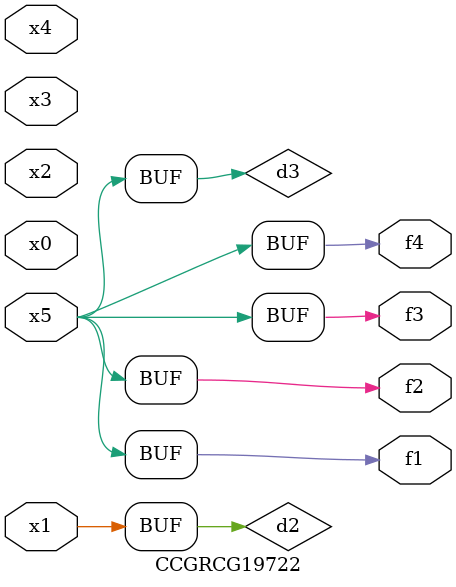
<source format=v>
module CCGRCG19722(
	input x0, x1, x2, x3, x4, x5,
	output f1, f2, f3, f4
);

	wire d1, d2, d3;

	not (d1, x5);
	or (d2, x1);
	xnor (d3, d1);
	assign f1 = d3;
	assign f2 = d3;
	assign f3 = d3;
	assign f4 = d3;
endmodule

</source>
